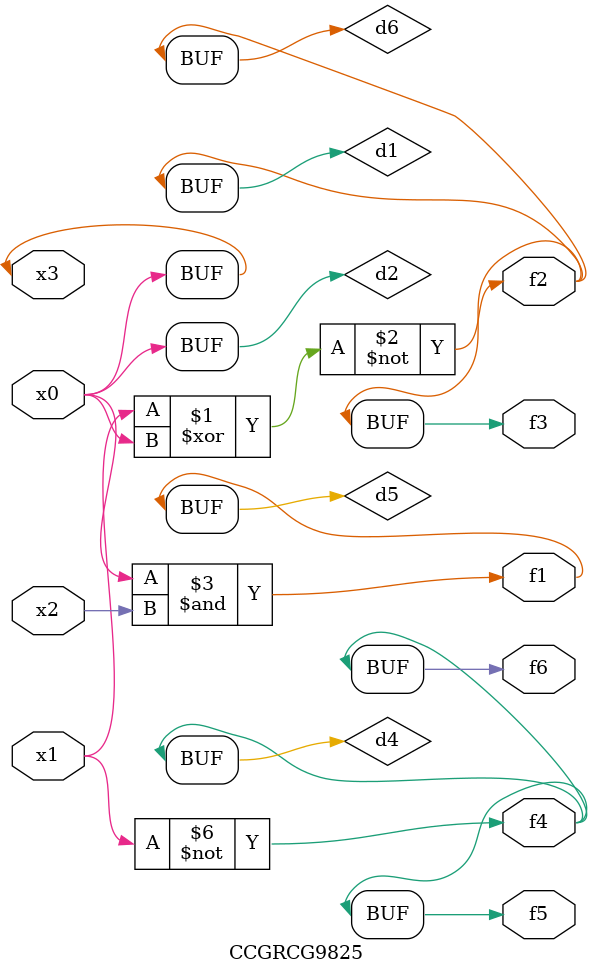
<source format=v>
module CCGRCG9825(
	input x0, x1, x2, x3,
	output f1, f2, f3, f4, f5, f6
);

	wire d1, d2, d3, d4, d5, d6;

	xnor (d1, x1, x3);
	buf (d2, x0, x3);
	nand (d3, x0, x2);
	not (d4, x1);
	nand (d5, d3);
	or (d6, d1);
	assign f1 = d5;
	assign f2 = d6;
	assign f3 = d6;
	assign f4 = d4;
	assign f5 = d4;
	assign f6 = d4;
endmodule

</source>
